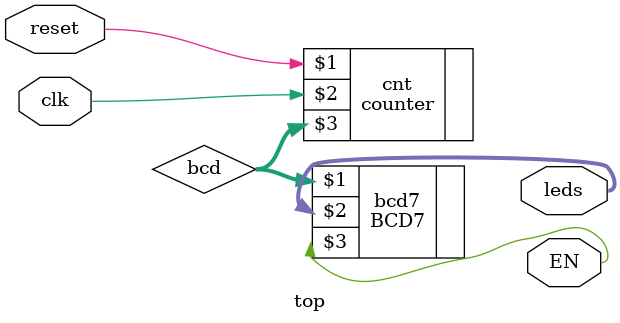
<source format=v>
module top (reset, clk, leds, EN);
input reset;
input clk;
output [7:0] leds;
output EN;

wire [7:0] leds;
wire [3:0] bcd;
wire EN;

counter cnt (reset, clk, bcd);
BCD7 bcd7 (bcd, leds, EN);

endmodule

</source>
